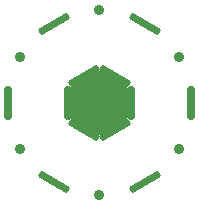
<source format=gbr>
%TF.GenerationSoftware,KiCad,Pcbnew,(6.0.1)*%
%TF.CreationDate,2022-09-09T11:21:20-04:00*%
%TF.ProjectId,SHV_Feedthrough_PulserPCB,5348565f-4665-4656-9474-68726f756768,rev?*%
%TF.SameCoordinates,Original*%
%TF.FileFunction,Soldermask,Top*%
%TF.FilePolarity,Negative*%
%FSLAX46Y46*%
G04 Gerber Fmt 4.6, Leading zero omitted, Abs format (unit mm)*
G04 Created by KiCad (PCBNEW (6.0.1)) date 2022-09-09 11:21:20*
%MOMM*%
%LPD*%
G01*
G04 APERTURE LIST*
G04 Aperture macros list*
%AMRoundRect*
0 Rectangle with rounded corners*
0 $1 Rounding radius*
0 $2 $3 $4 $5 $6 $7 $8 $9 X,Y pos of 4 corners*
0 Add a 4 corners polygon primitive as box body*
4,1,4,$2,$3,$4,$5,$6,$7,$8,$9,$2,$3,0*
0 Add four circle primitives for the rounded corners*
1,1,$1+$1,$2,$3*
1,1,$1+$1,$4,$5*
1,1,$1+$1,$6,$7*
1,1,$1+$1,$8,$9*
0 Add four rect primitives between the rounded corners*
20,1,$1+$1,$2,$3,$4,$5,0*
20,1,$1+$1,$4,$5,$6,$7,0*
20,1,$1+$1,$6,$7,$8,$9,0*
20,1,$1+$1,$8,$9,$2,$3,0*%
G04 Aperture macros list end*
%ADD10RoundRect,0.150000X-0.150000X-1.300000X0.150000X-1.300000X0.150000X1.300000X-0.150000X1.300000X0*%
%ADD11RoundRect,0.150000X0.150000X1.300000X-0.150000X1.300000X-0.150000X-1.300000X0.150000X-1.300000X0*%
%ADD12RoundRect,0.150000X-1.200833X-0.520096X-1.050833X-0.779904X1.200833X0.520096X1.050833X0.779904X0*%
%ADD13RoundRect,0.150000X1.200833X0.520096X1.050833X0.779904X-1.200833X-0.520096X-1.050833X-0.779904X0*%
%ADD14RoundRect,0.150000X-1.050833X0.779904X-1.200833X0.520096X1.050833X-0.779904X1.200833X-0.520096X0*%
%ADD15RoundRect,0.150000X1.050833X-0.779904X1.200833X-0.520096X-1.050833X0.779904X-1.200833X0.520096X0*%
%ADD16C,0.910000*%
%ADD17C,5.400000*%
G04 APERTURE END LIST*
D10*
%TO.C,C1*%
X156631997Y-76000000D03*
D11*
X161719997Y-76000000D03*
%TD*%
D12*
%TO.C,C6*%
X155316000Y-78279379D03*
D13*
X157860000Y-82685716D03*
%TD*%
D14*
%TO.C,C5*%
X152684000Y-78279379D03*
D15*
X150140000Y-82685716D03*
%TD*%
%TO.C,C2*%
X155315997Y-73720621D03*
D14*
X157859997Y-69314284D03*
%TD*%
D13*
%TO.C,C3*%
X152684000Y-73720621D03*
D12*
X150140000Y-69314284D03*
%TD*%
D11*
%TO.C,C4*%
X151368000Y-76000000D03*
D10*
X146280000Y-76000000D03*
%TD*%
D16*
%TO.C,J2*%
X160755000Y-79900000D03*
%TD*%
%TO.C,J3*%
X147245000Y-79900000D03*
%TD*%
%TO.C,J7*%
X154000000Y-83800000D03*
%TD*%
%TO.C,J5*%
X160755000Y-72100000D03*
%TD*%
D17*
%TO.C,J1*%
X154000000Y-76000000D03*
%TD*%
D16*
%TO.C,J6*%
X147245000Y-72100000D03*
%TD*%
%TO.C,J4*%
X154000000Y-68200000D03*
%TD*%
M02*

</source>
